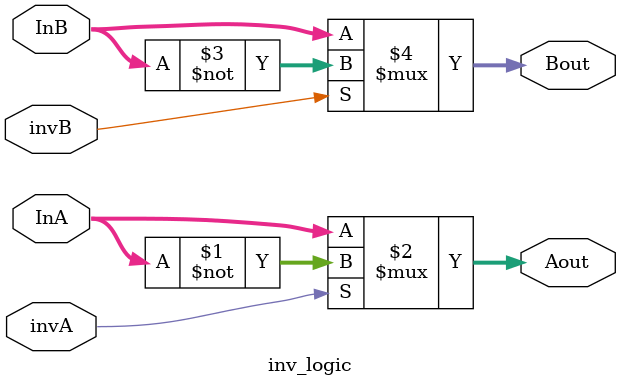
<source format=v>
module inv_logic (input [15:0] InA, input [15:0] InB, input invA, input invB, output [15:0] Aout, output [15:0] Bout);
    assign Aout = invA ? ~InA : InA;
    assign Bout = invB ? ~InB : InB;
endmodule

// This is a meaningful comment.
</source>
